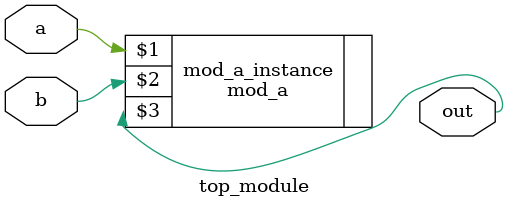
<source format=sv>
module top_module ( input a, input b, output out );
    mod_a mod_a_instance(a, b, out);
endmodule

</source>
